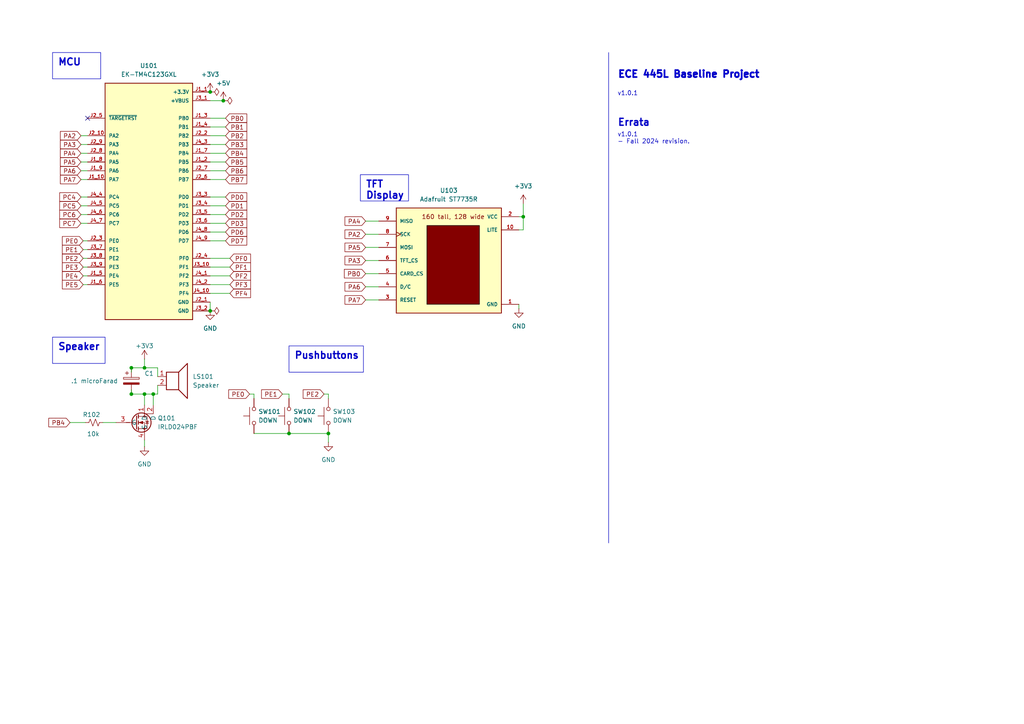
<source format=kicad_sch>
(kicad_sch (version 20231120) (generator "eeschema") (generator_version "8.0")
  (paper "A4")
  (title_block (title "ECE 445L Baseline Project") (date "2024-08-07") (rev "v1.0.1") (company "The University of Texas at Austin"))
  (lib_symbols
    (symbol "Device:C_Polarized" (pin_numbers hide) (pin_names (offset 0.254))
      (property "Reference" "C" (at 0.635 2.54 0))
      (property "Value" "C_Polarized" (at 0.635 -2.54 0))
      (symbol "C_Polarized_0_1"
        (rectangle (start -2.286 0.508) (end 2.286 1.016))
        (polyline (pts (xy -1.778 2.286) (xy -0.762 2.286)))
        (polyline (pts (xy -1.27 2.794) (xy -1.27 1.778)))
        (rectangle (start 2.286 -0.508) (end -2.286 -1.016) (fill (type outline)))
      )
      (symbol "C_Polarized_1_1"
        (pin passive line (at 0 3.81 270) (length 2.794) (name "~") (number "1"))
        (pin passive line (at 0 -3.81 90) (length 2.794) (name "~") (number "2"))
      )
    )
    (symbol "Device:Speaker" (pin_names (offset 0) hide)
      (property "Reference" "LS" (at 1.27 5.715 0))
      (property "Value" "Speaker" (at 1.27 3.81 0))
      (symbol "Speaker_0_0"
        (rectangle (start -2.54 1.27) (end 1.016 -3.81) (stroke (width 0.254)))
        (polyline (pts (xy 1.016 1.27) (xy 3.556 3.81) (xy 3.556 -6.35) (xy 1.016 -3.81)) (stroke (width 0.254)))
      )
      (symbol "Speaker_1_1"
        (pin input line (at -5.08 0 0) (length 2.54) (name "1") (number "1"))
        (pin input line (at -5.08 -2.54 0) (length 2.54) (name "2") (number "2"))
      )
    )
    (symbol "ECE445L:Adafruit_ST7735R" (pin_names (offset 1.016))
      (property "Reference" "U?" (at -15.24 16.002 0))
      (property "Value" "Adafruit ST7735R" (at -15.24 -17.78 0))
      (symbol "Adafruit_ST7735R_0_0"
        (rectangle (start -15.24 15.24) (end 15.24 -15.24) (stroke (width 0.254)) (fill (type background)))
      )
      (symbol "Adafruit_ST7735R_1_0"
        (pin power_in line (at 20.32 -12.7 180) (length 5.08) (name "GND") (number "1"))
        (pin power_in line (at 20.32 8.89 180) (length 5.08) (name "LITE") (number "10"))
        (pin power_in line (at 20.32 12.7 180) (length 5.08) (name "VCC") (number "2"))
        (pin input line (at -20.32 -11.43 0) (length 5.08) (name "RESET") (number "3"))
        (pin input line (at -20.32 -7.62 0) (length 5.08) (name "D/C") (number "4"))
        (pin input line (at -20.32 -3.81 0) (length 5.08) (name "CARD_CS") (number "5"))
        (pin input line (at -20.32 0 0) (length 5.08) (name "TFT_CS") (number "6"))
        (pin input line (at -20.32 3.81 0) (length 5.08) (name "MOSI") (number "7"))
        (pin input clock (at -20.32 7.62 0) (length 5.08) (name "SCK") (number "8"))
        (pin output line (at -20.32 11.43 0) (length 5.08) (name "MISO") (number "9"))
      )
      (symbol "Adafruit_ST7735R_1_1"
        (rectangle (start -6.35 10.16) (end 8.89 -12.7) (stroke (width 0) (color 0 0 0 1)) (fill (type color) (color 132 0 0 1)))
        (text "160 tall, 128 wide" (at 1.27 12.7 0) (effects (font (size 1.27 1.27))))
      )
    )
    (symbol "ECE445L:EK-TM4C123GXL" (pin_names (offset 1.016))
      (property "Reference" "U?" (at -12.7367 34.3099 0))
      (property "Value" "EK-TM4C123GXL" (at -12.7129 -38.1075 0))
      (symbol "EK-TM4C123GXL_0_0"
        (rectangle (start -12.7 -35.56) (end 12.7 33.02) (stroke (width 0.254)) (fill (type background)))
        (pin power_in line (at 17.78 30.48 180) (length 5.08) (name "+3.3V") (number "J1_1"))
        (pin bidirectional line (at -17.78 5.08 0) (length 5.08) (name "PA7") (number "J1_10"))
        (pin bidirectional line (at 17.78 22.86 180) (length 5.08) (name "PB0") (number "J1_3"))
        (pin bidirectional line (at 17.78 20.32 180) (length 5.08) (name "PB1") (number "J1_4"))
        (pin bidirectional line (at -17.78 -22.86 0) (length 5.08) (name "PE4") (number "J1_5"))
        (pin bidirectional line (at -17.78 -25.4 0) (length 5.08) (name "PE5") (number "J1_6"))
        (pin bidirectional line (at 17.78 12.7 180) (length 5.08) (name "PB4") (number "J1_7"))
        (pin bidirectional line (at -17.78 10.16 0) (length 5.08) (name "PA5") (number "J1_8"))
        (pin bidirectional line (at -17.78 7.62 0) (length 5.08) (name "PA6") (number "J1_9"))
        (pin power_in line (at 17.78 -30.48 180) (length 5.08) (name "GND") (number "J2_1"))
        (pin bidirectional line (at -17.78 17.78 0) (length 5.08) (name "PA2") (number "J2_10"))
        (pin bidirectional line (at 17.78 17.78 180) (length 5.08) (name "PB2") (number "J2_2"))
        (pin bidirectional line (at -17.78 -12.7 0) (length 5.08) (name "PE0") (number "J2_3"))
        (pin bidirectional line (at 17.78 -17.78 180) (length 5.08) (name "PF0") (number "J2_4"))
        (pin input line (at -17.78 22.86 0) (length 5.08) (name "~{TARGETRST}") (number "J2_5"))
        (pin bidirectional line (at 17.78 5.08 180) (length 5.08) (name "PB7") (number "J2_6"))
        (pin bidirectional line (at 17.78 7.62 180) (length 5.08) (name "PB6") (number "J2_7"))
        (pin bidirectional line (at -17.78 12.7 0) (length 5.08) (name "PA4") (number "J2_8"))
        (pin bidirectional line (at -17.78 15.24 0) (length 5.08) (name "PA3") (number "J2_9"))
        (pin power_in line (at 17.78 27.94 180) (length 5.08) (name "+VBUS") (number "J3_1"))
        (pin bidirectional line (at 17.78 -20.32 180) (length 5.08) (name "PF1") (number "J3_10"))
        (pin power_in line (at 17.78 -33.02 180) (length 5.08) (name "GND") (number "J3_2"))
        (pin bidirectional line (at 17.78 0 180) (length 5.08) (name "PD0") (number "J3_3"))
        (pin bidirectional line (at 17.78 -2.54 180) (length 5.08) (name "PD1") (number "J3_4"))
        (pin bidirectional line (at 17.78 -5.08 180) (length 5.08) (name "PD2") (number "J3_5"))
        (pin bidirectional line (at 17.78 -7.62 180) (length 5.08) (name "PD3") (number "J3_6"))
        (pin bidirectional line (at -17.78 -15.24 0) (length 5.08) (name "PE1") (number "J3_7"))
        (pin bidirectional line (at -17.78 -17.78 0) (length 5.08) (name "PE2") (number "J3_8"))
        (pin bidirectional line (at -17.78 -20.32 0) (length 5.08) (name "PE3") (number "J3_9"))
        (pin bidirectional line (at 17.78 -22.86 180) (length 5.08) (name "PF2") (number "J4_1"))
        (pin bidirectional line (at 17.78 -27.94 180) (length 5.08) (name "PF4") (number "J4_10"))
        (pin bidirectional line (at 17.78 -25.4 180) (length 5.08) (name "PF3") (number "J4_2"))
        (pin bidirectional line (at 17.78 15.24 180) (length 5.08) (name "PB3") (number "J4_3"))
        (pin bidirectional line (at -17.78 0 0) (length 5.08) (name "PC4") (number "J4_4"))
        (pin bidirectional line (at -17.78 -2.54 0) (length 5.08) (name "PC5") (number "J4_5"))
        (pin bidirectional line (at -17.78 -5.08 0) (length 5.08) (name "PC6") (number "J4_6"))
        (pin bidirectional line (at -17.78 -7.62 0) (length 5.08) (name "PC7") (number "J4_7"))
        (pin bidirectional line (at 17.78 -10.16 180) (length 5.08) (name "PD6") (number "J4_8"))
        (pin bidirectional line (at 17.78 -12.7 180) (length 5.08) (name "PD7") (number "J4_9"))
      )
      (symbol "EK-TM4C123GXL_1_0"
        (pin bidirectional line (at 17.78 10.16 180) (length 5.08) (name "PB5") (number "J1_2"))
      )
    )
    (symbol "ECE445L:IRLD024PBF"
      (property "Reference" "Q" (at 6.35 5.715 0))
      (property "Value" "IRLD024PBF" (at 16.51 -1.905 0))
      (symbol "IRLD024PBF_0_1"
        (polyline (pts (xy 11.43 0.635) (xy 8.636 0.635)))
        (polyline (pts (xy 11.684 2.54) (xy 11.684 -1.27)) (stroke (width 0.254)))
        (polyline (pts (xy 12.192 -0.635) (xy 12.192 -1.651)) (stroke (width 0.254)))
        (polyline (pts (xy 12.192 1.143) (xy 12.192 0.127)) (stroke (width 0.254)))
        (polyline (pts (xy 12.192 2.921) (xy 12.192 1.905)) (stroke (width 0.254)))
        (polyline (pts (xy 13.97 3.175) (xy 13.97 2.413)))
        (polyline (pts (xy 16.51 3.175) (xy 13.97 3.175)))
        (polyline (pts (xy 13.97 -1.905) (xy 13.97 0.635) (xy 12.192 0.635)))
        (polyline (pts (xy 12.192 -1.143) (xy 14.732 -1.143) (xy 14.732 2.413) (xy 12.192 2.413)))
        (polyline (pts (xy 12.446 0.635) (xy 13.462 1.016) (xy 13.462 0.254) (xy 12.446 0.635)) (fill (type outline)))
        (polyline (pts (xy 14.224 1.143) (xy 14.351 1.016) (xy 15.113 1.016) (xy 15.24 0.889)))
        (polyline (pts (xy 14.732 1.016) (xy 14.351 0.381) (xy 15.113 0.381) (xy 14.732 1.016)))
        (circle (center 13.081 0.635) (radius 2.794) (stroke (width 0.254)))
        (circle (center 13.97 -1.143) (radius 0.254) (fill (type outline)))
        (circle (center 13.97 2.413) (radius 0.254) (fill (type outline)))
      )
      (symbol "IRLD024PBF_1_1"
        (pin passive line (at 13.97 5.715 270) (length 2.54) (name "D") (number "1"))
        (pin passive line (at 16.51 5.715 270) (length 2.54) (name "D") (number "2"))
        (pin input line (at 5.715 0.635 0) (length 4) (name "G") (number "3"))
        (pin passive line (at 13.97 -4.445 90) (length 2.54) (name "S") (number "4"))
      )
    )
    (symbol "ECE445L:R_0.125W" (pin_numbers hide) (pin_names (offset 0.254) hide)
      (property "Reference" "R" (at 0.762 0.508 0))
      (property "Value" "R_0.125W" (at 0.762 -1.016 0))
      (symbol "R_0.125W_1_1"
        (polyline (pts (xy 0 0) (xy 1.016 -0.381) (xy 0 -0.762) (xy -1.016 -1.143) (xy 0 -1.524)))
        (polyline (pts (xy 0 1.524) (xy 1.016 1.143) (xy 0 0.762) (xy -1.016 0.381) (xy 0 0)))
        (pin passive line (at 0 2.54 270) (length 1.016) (name "~") (number "1"))
        (pin passive line (at 0 -2.54 90) (length 1.016) (name "~") (number "2"))
      )
    )
    (symbol "Switch:SW_Push" (pin_numbers hide) (pin_names (offset 1.016) hide)
      (property "Reference" "SW" (at 1.27 2.54 0))
      (property "Value" "SW_Push" (at 0 -1.524 0))
      (symbol "SW_Push_0_1"
        (circle (center -2.032 0) (radius 0.508))
        (polyline (pts (xy 0 1.27) (xy 0 3.048)))
        (polyline (pts (xy 2.54 1.27) (xy -2.54 1.27)))
        (circle (center 2.032 0) (radius 0.508))
        (pin passive line (at -5.08 0 0) (length 2.54) (name "1") (number "1"))
        (pin passive line (at 5.08 0 180) (length 2.54) (name "2") (number "2"))
      )
    )
    (symbol "power:+3V3" (power) (pin_numbers hide) (pin_names (offset 0) hide)
      (property "Value" "+3V3" (at 0 3.556 0))
      (symbol "+3V3_0_1"
        (polyline (pts (xy -0.762 1.27) (xy 0 2.54)))
        (polyline (pts (xy 0 0) (xy 0 2.54)))
        (polyline (pts (xy 0 2.54) (xy 0.762 1.27)))
      )
      (symbol "+3V3_1_1"
        (pin power_in line (at 0 0 90) (length 0) (name "~") (number "1"))
      )
    )
    (symbol "power:+5V" (power) (pin_numbers hide) (pin_names (offset 0) hide)
      (property "Value" "+5V" (at 0 3.556 0))
      (symbol "+5V_0_1"
        (polyline (pts (xy -0.762 1.27) (xy 0 2.54)))
        (polyline (pts (xy 0 0) (xy 0 2.54)))
        (polyline (pts (xy 0 2.54) (xy 0.762 1.27)))
      )
      (symbol "+5V_1_1"
        (pin power_in line (at 0 0 90) (length 0) (name "~") (number "1"))
      )
    )
    (symbol "power:GND" (power) (pin_numbers hide) (pin_names (offset 0) hide)
      (property "Value" "GND" (at 0 -3.81 0))
      (symbol "GND_0_1"
        (polyline (pts (xy 0 0) (xy 0 -1.27) (xy 1.27 -1.27) (xy 0 -2.54) (xy -1.27 -1.27) (xy 0 -1.27)))
      )
      (symbol "GND_1_1"
        (pin power_in line (at 0 0 270) (length 0) (name "~") (number "1"))
      )
    )
    (symbol "power:PWR_FLAG" (power) (pin_numbers hide) (pin_names (offset 0) hide)
      (property "Value" "PWR_FLAG" (at 0 3.81 0))
      (symbol "PWR_FLAG_0_0"
        (pin power_out line (at 0 0 90) (length 0) (name "~") (number "1"))
      )
      (symbol "PWR_FLAG_0_1"
        (polyline (pts (xy 0 0) (xy 0 1.27) (xy -1.016 1.905) (xy 0 2.54) (xy 1.016 1.905) (xy 0 1.27)))
      )
    )
  )
  (junction (at 60.96 26.67))
  (junction (at 95.25 125.73))
  (junction (at 41.91 106.68))
  (junction (at 44.45 114.3))
  (junction (at 38.1 114.3))
  (junction (at 60.96 90.17))
  (junction (at 38.1 106.68))
  (junction (at 41.91 114.3))
  (junction (at 83.82 125.73))
  (junction (at 151.765 62.865))
  (junction (at 64.77 29.21))
  (no_connect (at 25.4 34.29))
  (wire (pts (xy 60.96 41.91) (xy 65.405 41.91)))
  (wire (pts (xy 106.045 71.755) (xy 109.855 71.755)))
  (wire (pts (xy 81.915 114.3) (xy 83.82 114.3)))
  (wire (pts (xy 73.66 114.3) (xy 73.66 115.57)))
  (wire (pts (xy 60.96 52.07) (xy 65.405 52.07)))
  (wire (pts (xy 60.96 36.83) (xy 65.405 36.83)))
  (wire (pts (xy 95.25 125.73) (xy 95.25 128.27)))
  (wire (pts (xy 20.32 122.555) (xy 24.765 122.555)))
  (wire (pts (xy 38.1 106.68) (xy 41.91 106.68)))
  (wire (pts (xy 106.045 79.375) (xy 109.855 79.375)))
  (wire (pts (xy 60.96 69.85) (xy 65.405 69.85)))
  (wire (pts (xy 23.495 64.77) (xy 25.4 64.77)))
  (wire (pts (xy 60.96 77.47) (xy 66.675 77.47)))
  (wire (pts (xy 45.72 111.76) (xy 45.72 114.3)))
  (wire (pts (xy 106.045 75.565) (xy 109.855 75.565)))
  (wire (pts (xy 24.13 77.47) (xy 25.4 77.47)))
  (wire (pts (xy 73.66 125.73) (xy 83.82 125.73)))
  (wire (pts (xy 23.495 62.23) (xy 25.4 62.23)))
  (wire (pts (xy 23.495 41.91) (xy 25.4 41.91)))
  (wire (pts (xy 41.91 104.14) (xy 41.91 106.68)))
  (wire (pts (xy 29.845 122.555) (xy 33.655 122.555)))
  (wire (pts (xy 60.96 39.37) (xy 65.405 39.37)))
  (wire (pts (xy 60.96 87.63) (xy 60.96 90.17)))
  (wire (pts (xy 41.91 114.3) (xy 44.45 114.3)))
  (wire (pts (xy 24.13 72.39) (xy 25.4 72.39)))
  (wire (pts (xy 72.39 114.3) (xy 73.66 114.3)))
  (wire (pts (xy 38.1 106.68) (xy 38.1 107.95)))
  (wire (pts (xy 60.96 85.09) (xy 66.675 85.09)))
  (wire (pts (xy 24.13 69.85) (xy 25.4 69.85)))
  (wire (pts (xy 38.1 114.3) (xy 41.91 114.3)))
  (wire (pts (xy 23.495 49.53) (xy 25.4 49.53)))
  (wire (pts (xy 60.96 80.01) (xy 66.675 80.01)))
  (wire (pts (xy 60.96 34.29) (xy 65.405 34.29)))
  (wire (pts (xy 151.765 59.055) (xy 151.765 62.865)))
  (wire (pts (xy 24.13 80.01) (xy 25.4 80.01)))
  (wire (pts (xy 106.045 67.945) (xy 109.855 67.945)))
  (wire (pts (xy 83.82 114.3) (xy 83.82 115.57)))
  (wire (pts (xy 23.495 39.37) (xy 25.4 39.37)))
  (wire (pts (xy 83.82 125.73) (xy 95.25 125.73)))
  (wire (pts (xy 23.495 44.45) (xy 25.4 44.45)))
  (wire (pts (xy 60.96 29.21) (xy 64.77 29.21)))
  (wire (pts (xy 106.045 64.135) (xy 109.855 64.135)))
  (polyline (pts (xy 176.53 15.24) (xy 176.53 157.48)))
  (wire (pts (xy 24.13 82.55) (xy 25.4 82.55)))
  (wire (pts (xy 23.495 52.07) (xy 25.4 52.07)))
  (wire (pts (xy 106.045 83.185) (xy 109.855 83.185)))
  (wire (pts (xy 151.765 66.675) (xy 151.765 62.865)))
  (wire (pts (xy 106.045 86.995) (xy 109.855 86.995)))
  (wire (pts (xy 44.45 114.3) (xy 45.72 114.3)))
  (wire (pts (xy 23.495 46.99) (xy 25.4 46.99)))
  (wire (pts (xy 93.98 114.3) (xy 95.25 114.3)))
  (wire (pts (xy 150.495 66.675) (xy 151.765 66.675)))
  (wire (pts (xy 60.96 64.77) (xy 65.405 64.77)))
  (wire (pts (xy 150.495 88.265) (xy 150.495 89.535)))
  (wire (pts (xy 41.91 114.3) (xy 41.91 117.475)))
  (wire (pts (xy 95.25 114.3) (xy 95.25 115.57)))
  (wire (pts (xy 60.96 82.55) (xy 66.675 82.55)))
  (wire (pts (xy 60.96 74.93) (xy 66.675 74.93)))
  (wire (pts (xy 44.45 114.3) (xy 44.45 117.475)))
  (wire (pts (xy 60.96 44.45) (xy 65.405 44.45)))
  (wire (pts (xy 60.96 67.31) (xy 65.405 67.31)))
  (wire (pts (xy 60.96 57.15) (xy 65.405 57.15)))
  (wire (pts (xy 23.495 57.15) (xy 25.4 57.15)))
  (wire (pts (xy 45.72 106.68) (xy 45.72 109.22)))
  (wire (pts (xy 41.91 127.635) (xy 41.91 129.54)))
  (wire (pts (xy 60.96 59.69) (xy 65.405 59.69)))
  (wire (pts (xy 23.495 59.69) (xy 25.4 59.69)))
  (wire (pts (xy 60.96 46.99) (xy 65.405 46.99)))
  (wire (pts (xy 150.495 62.865) (xy 151.765 62.865)))
  (wire (pts (xy 60.96 62.23) (xy 65.405 62.23)))
  (wire (pts (xy 41.91 106.68) (xy 45.72 106.68)))
  (wire (pts (xy 60.96 49.53) (xy 65.405 49.53)))
  (wire (pts (xy 24.13 74.93) (xy 25.4 74.93)))
  (wire (pts (xy 38.1 114.3) (xy 38.1 113.03)))
  (text_box "MCU" (at 15.24 15.24 0) (size 13.97 7.62) (effects (font (size 2 2) (thickness 0.4) (bold yes)) (justify left top)))
  (text_box "Speaker" (at 15.24 97.79 0) (size 15.24 7.62) (effects (font (size 2 2) (thickness 0.4) (bold yes)) (justify left top)))
  (text_box "Pushbuttons" (at 83.82 100.33 0) (size 21.59 7.62) (effects (font (size 2 2) (thickness 0.4) (bold yes)) (justify left top)))
  (text_box "TFT Display" (at 104.521 50.673 0) (size 13.97 7.62) (effects (font (size 2 2) (thickness 0.4) (bold yes)) (justify left top)))
  (text "v1.0.1\n- Fall 2024 revision." (at 179.07 41.91 0) (effects (font (size 1.27 1.27)) (justify left bottom)))
  (text "ECE 445L Baseline Project" (at 179.07 22.86 0) (effects (font (size 2 2) (thickness 0.6) (bold yes)) (justify left bottom)))
  (text "v1.0.1" (at 179.07 27.94 0) (effects (font (size 1.27 1.27)) (justify left bottom)))
  (text "Errata" (at 179.07 36.83 0) (effects (font (size 2 2) (thickness 0.4) (bold yes)) (justify left bottom)))
  (global_label "PC5" (shape input) (at 23.495 59.69 180) (property "Intersheetrefs" "${INTERSHEET_REFS}" (effects (hide yes))))
  (global_label "PB6" (shape input) (at 65.405 49.53 0) (property "Intersheetrefs" "${INTERSHEET_REFS}" (effects (hide yes))))
  (global_label "PB2" (shape input) (at 65.405 39.37 0) (property "Intersheetrefs" "${INTERSHEET_REFS}" (effects (hide yes))))
  (global_label "PA7" (shape input) (at 23.495 52.07 180) (property "Intersheetrefs" "${INTERSHEET_REFS}" (effects (hide yes))))
  (global_label "PA4" (shape input) (at 23.495 44.45 180) (property "Intersheetrefs" "${INTERSHEET_REFS}" (effects (hide yes))))
  (global_label "PB5" (shape input) (at 65.405 46.99 0) (property "Intersheetrefs" "${INTERSHEET_REFS}" (effects (hide yes))))
  (global_label "PB3" (shape input) (at 65.405 41.91 0) (property "Intersheetrefs" "${INTERSHEET_REFS}" (effects (hide yes))))
  (global_label "PD7" (shape input) (at 65.405 69.85 0) (property "Intersheetrefs" "${INTERSHEET_REFS}" (effects (hide yes))))
  (global_label "PE0" (shape input) (at 24.13 69.85 180) (property "Intersheetrefs" "${INTERSHEET_REFS}" (effects (hide yes))))
  (global_label "PD1" (shape input) (at 65.405 59.69 0) (property "Intersheetrefs" "${INTERSHEET_REFS}" (effects (hide yes))))
  (global_label "PF4" (shape input) (at 66.675 85.09 0) (property "Intersheetrefs" "${INTERSHEET_REFS}" (effects (hide yes))))
  (global_label "PE3" (shape input) (at 24.13 77.47 180) (property "Intersheetrefs" "${INTERSHEET_REFS}" (effects (hide yes))))
  (global_label "PC7" (shape input) (at 23.495 64.77 180) (property "Intersheetrefs" "${INTERSHEET_REFS}" (effects (hide yes))))
  (global_label "PA2" (shape input) (at 106.045 67.945 180) (property "Intersheetrefs" "${INTERSHEET_REFS}" (effects (hide yes))))
  (global_label "PE1" (shape input) (at 81.915 114.3 180) (property "Intersheetrefs" "${INTERSHEET_REFS}" (effects (hide yes))))
  (global_label "PE2" (shape input) (at 24.13 74.93 180) (property "Intersheetrefs" "${INTERSHEET_REFS}" (effects (hide yes))))
  (global_label "PA3" (shape input) (at 23.495 41.91 180) (property "Intersheetrefs" "${INTERSHEET_REFS}" (effects (hide yes))))
  (global_label "PE4" (shape input) (at 24.13 80.01 180) (property "Intersheetrefs" "${INTERSHEET_REFS}" (effects (hide yes))))
  (global_label "PC4" (shape input) (at 23.495 57.15 180) (property "Intersheetrefs" "${INTERSHEET_REFS}" (effects (hide yes))))
  (global_label "PB0" (shape input) (at 65.405 34.29 0) (property "Intersheetrefs" "${INTERSHEET_REFS}" (effects (hide yes))))
  (global_label "PE1" (shape input) (at 24.13 72.39 180) (property "Intersheetrefs" "${INTERSHEET_REFS}" (effects (hide yes))))
  (global_label "PF3" (shape input) (at 66.675 82.55 0) (property "Intersheetrefs" "${INTERSHEET_REFS}" (effects (hide yes))))
  (global_label "PE0" (shape input) (at 72.39 114.3 180) (property "Intersheetrefs" "${INTERSHEET_REFS}" (effects (hide yes))))
  (global_label "PD3" (shape input) (at 65.405 64.77 0) (property "Intersheetrefs" "${INTERSHEET_REFS}" (effects (hide yes))))
  (global_label "PE2" (shape input) (at 93.98 114.3 180) (property "Intersheetrefs" "${INTERSHEET_REFS}" (effects (hide yes))))
  (global_label "PD0" (shape input) (at 65.405 57.15 0) (property "Intersheetrefs" "${INTERSHEET_REFS}" (effects (hide yes))))
  (global_label "PB7" (shape input) (at 65.405 52.07 0) (property "Intersheetrefs" "${INTERSHEET_REFS}" (effects (hide yes))))
  (global_label "PA2" (shape input) (at 23.495 39.37 180) (property "Intersheetrefs" "${INTERSHEET_REFS}" (effects (hide yes))))
  (global_label "PA7" (shape input) (at 106.045 86.995 180) (property "Intersheetrefs" "${INTERSHEET_REFS}" (effects (hide yes))))
  (global_label "PB4" (shape input) (at 20.32 122.555 180) (property "Intersheetrefs" "${INTERSHEET_REFS}" (effects (hide yes))))
  (global_label "PA6" (shape input) (at 106.045 83.185 180) (property "Intersheetrefs" "${INTERSHEET_REFS}" (effects (hide yes))))
  (global_label "PF0" (shape input) (at 66.675 74.93 0) (property "Intersheetrefs" "${INTERSHEET_REFS}" (effects (hide yes))))
  (global_label "PC6" (shape input) (at 23.495 62.23 180) (property "Intersheetrefs" "${INTERSHEET_REFS}" (effects (hide yes))))
  (global_label "PE5" (shape input) (at 24.13 82.55 180) (property "Intersheetrefs" "${INTERSHEET_REFS}" (effects (hide yes))))
  (global_label "PA3" (shape input) (at 106.045 75.565 180) (property "Intersheetrefs" "${INTERSHEET_REFS}" (effects (hide yes))))
  (global_label "PD6" (shape input) (at 65.405 67.31 0) (property "Intersheetrefs" "${INTERSHEET_REFS}" (effects (hide yes))))
  (global_label "PA4" (shape input) (at 106.045 64.135 180) (property "Intersheetrefs" "${INTERSHEET_REFS}" (effects (hide yes))))
  (global_label "PF1" (shape input) (at 66.675 77.47 0) (property "Intersheetrefs" "${INTERSHEET_REFS}" (effects (hide yes))))
  (global_label "PB1" (shape input) (at 65.405 36.83 0) (property "Intersheetrefs" "${INTERSHEET_REFS}" (effects (hide yes))))
  (global_label "PA6" (shape input) (at 23.495 49.53 180) (property "Intersheetrefs" "${INTERSHEET_REFS}" (effects (hide yes))))
  (global_label "PA5" (shape input) (at 106.045 71.755 180) (property "Intersheetrefs" "${INTERSHEET_REFS}" (effects (hide yes))))
  (global_label "PD2" (shape input) (at 65.405 62.23 0) (property "Intersheetrefs" "${INTERSHEET_REFS}" (effects (hide yes))))
  (global_label "PF2" (shape input) (at 66.675 80.01 0) (property "Intersheetrefs" "${INTERSHEET_REFS}" (effects (hide yes))))
  (global_label "PB0" (shape input) (at 106.045 79.375 180) (property "Intersheetrefs" "${INTERSHEET_REFS}" (effects (hide yes))))
  (global_label "PB4" (shape input) (at 65.405 44.45 0) (property "Intersheetrefs" "${INTERSHEET_REFS}" (effects (hide yes))))
  (global_label "PA5" (shape input) (at 23.495 46.99 180) (property "Intersheetrefs" "${INTERSHEET_REFS}" (effects (hide yes))))
  (symbol (lib_id "power:PWR_FLAG") (at 60.96 90.17 270) (unit 1)
    (property "Reference" "#FLG0102" (effects (hide yes)))
    (property "Value" "PWR_FLAG" (effects (hide yes)))
    (property "Description" "Special symbol for telling ERC where power comes from" (effects (hide yes)))
  )
  (symbol (lib_id "ECE445L:EK-TM4C123GXL") (at 43.18 57.15 0) (unit 1)
    (property "Reference" "U101" (at 43.18 19.05 0))
    (property "Value" "EK-TM4C123GXL" (at 43.18 21.59 0))
    (property "Footprint" "ECE445L:ti_EKTM4C123GXL" (effects (hide yes)))
    (property "Datasheet" "https://www.ti.com/lit/ds/symlink/tm4c123gh6pm.pdf?ts=1693244962384&ref_url=https%253A%252F%252Fwww.google.com%252F" (effects (hide yes)))
    (property "Distributor" "Mouser" (effects (hide yes)))
    (property "Manufacturer" "Texas Instruments" (effects (hide yes)))
    (property "P/N" "EK-TM4C123GXL" (effects (hide yes)))
    (property "Cost" "22.60" (effects (hide yes)))
  )
  (symbol (lib_id "ECE445L:IRLD024PBF") (at 27.94 123.19 0) (unit 1)
    (property "Reference" "Q101" (at 45.72 121.2849 0) (effects (justify left)))
    (property "Value" "IRLD024PBF" (at 45.72 123.8249 0) (effects (justify left)))
    (property "Footprint" "ECE445L:DIP920W60P254L490H457Q4N" (effects (hide yes)))
    (property "Datasheet" "http://www.vishay.com/docs/91308/sihld24.pdf" (effects (hide yes)))
    (property "Description" "Vishay IRLD024PBF N-channel MOSFET Transistor, 2.5 A, 60 V, 4-Pin HVMDIP" (effects (hide yes)))
    (property "Cost" "1.67" (effects (hide yes)))
    (property "Distributor" "Mouser" (effects (hide yes)))
    (property "Manufacturer" "Vishay" (effects (hide yes)))
    (property "P/N" "IRLD024PBF" (effects (hide yes)))
    (property "Sim.Device" "NMOS" (effects (hide yes)))
    (property "Sim.Type" "VDMOS" (effects (hide yes)))
    (property "Sim.Pins" "1=D 2=G 3=S" (effects (hide yes)))
    (property "Height" "4.57" (effects (hide yes)))
    (property "Mouser Part Number" "844-IRLD024PBF" (effects (hide yes)))
    (property "Mouser Price/Stock" "https://www.mouser.co.uk/ProductDetail/Vishay-Siliconix/IRLD024PBF?qs=cvaI6ThkwxvrmVanJu5OcQ%3D%3D" (effects (hide yes)))
    (property "Manufacturer_Name" "Vishay" (effects (hide yes)))
    (property "Manufacturer_Part_Number" "IRLD024PBF" (effects (hide yes)))
  )
  (symbol (lib_id "power:PWR_FLAG") (at 64.77 29.21 270) (unit 1)
    (property "Reference" "#FLG0103" (effects (hide yes)))
    (property "Value" "PWR_FLAG" (effects (hide yes)))
    (property "Description" "Special symbol for telling ERC where power comes from" (effects (hide yes)))
  )
  (symbol (lib_id "Switch:SW_Push") (at 73.66 120.65 90) (unit 1)
    (property "Reference" "SW101" (at 74.93 119.38 90) (effects (justify right)))
    (property "Value" "DOWN" (at 74.93 121.92 90) (effects (justify right)))
    (property "Footprint" "Button_Switch_THT:SW_PUSH_6mm" (effects (hide yes)))
    (property "Description" "Push button switch, generic, two pins" (effects (hide yes)))
  )
  (symbol (lib_id "power:+5V") (at 64.77 29.21 0) (unit 1)
    (property "Reference" "#PWR0105" (effects (hide yes)))
    (property "Value" "+5V" (at 64.77 24.13 0))
    (property "Description" "Power symbol creates a global label with name \"+5V\"" (effects (hide yes)))
  )
  (symbol (lib_id "power:GND") (at 95.25 128.27 0) (unit 1)
    (property "Reference" "#PWR0107" (effects (hide yes)))
    (property "Value" "GND" (at 95.25 133.35 0))
    (property "Description" "Power symbol creates a global label with name \"GND\" , ground" (effects (hide yes)))
  )
  (symbol (lib_id "power:GND") (at 150.495 89.535 0) (unit 1)
    (property "Reference" "#PWR02" (effects (hide yes)))
    (property "Value" "GND" (at 150.495 94.615 0))
    (property "Description" "Power symbol creates a global label with name \"GND\" , ground" (effects (hide yes)))
  )
  (symbol (lib_id "power:+3V3") (at 151.765 59.055 0) (unit 1)
    (property "Reference" "#PWR01" (effects (hide yes)))
    (property "Value" "+3V3" (at 151.765 53.975 0))
    (property "Description" "Power symbol creates a global label with name \"+3V3\"" (effects (hide yes)))
  )
  (symbol (lib_id "Switch:SW_Push") (at 83.82 120.65 90) (unit 1)
    (property "Reference" "SW102" (at 85.09 119.38 90) (effects (justify right)))
    (property "Value" "DOWN" (at 85.09 121.92 90) (effects (justify right)))
    (property "Footprint" "Button_Switch_THT:SW_PUSH_6mm" (effects (hide yes)))
    (property "Description" "Push button switch, generic, two pins" (effects (hide yes)))
  )
  (symbol (lib_id "Switch:SW_Push") (at 95.25 120.65 90) (unit 1)
    (property "Reference" "SW103" (at 96.52 119.38 90) (effects (justify right)))
    (property "Value" "DOWN" (at 96.52 121.92 90) (effects (justify right)))
    (property "Footprint" "Button_Switch_THT:SW_PUSH_6mm" (effects (hide yes)))
    (property "Description" "Push button switch, generic, two pins" (effects (hide yes)))
  )
  (symbol (lib_id "power:+3V3") (at 60.96 26.67 0) (unit 1)
    (property "Reference" "#PWR0103" (effects (hide yes)))
    (property "Value" "+3V3" (at 60.96 21.59 0))
    (property "Description" "Power symbol creates a global label with name \"+3V3\"" (effects (hide yes)))
  )
  (symbol (lib_id "power:GND") (at 41.91 129.54 0) (unit 1)
    (property "Reference" "#PWR0102" (effects (hide yes)))
    (property "Value" "GND" (at 41.91 134.62 0))
    (property "Description" "Power symbol creates a global label with name \"GND\" , ground" (effects (hide yes)))
  )
  (symbol (lib_id "Device:C_Polarized") (at 38.1 110.49 0) (unit 1)
    (property "Reference" "C1" (at 41.91 108.3309 0) (effects (justify left)))
    (property "Value" ".1 microFarad" (at 20.574 110.49 0) (effects (justify left)))
    (property "Description" "Polarized capacitor" (effects (hide yes)))
  )
  (symbol (lib_id "power:PWR_FLAG") (at 60.96 26.67 270) (unit 1)
    (property "Reference" "#FLG0101" (effects (hide yes)))
    (property "Value" "PWR_FLAG" (effects (hide yes)))
    (property "Description" "Special symbol for telling ERC where power comes from" (effects (hide yes)))
  )
  (symbol (lib_id "Device:Speaker") (at 50.8 109.22 0) (unit 1)
    (property "Reference" "LS101" (at 55.88 109.22 0) (effects (justify left)))
    (property "Value" "Speaker" (at 55.88 111.76 0) (effects (justify left)))
    (property "Footprint" "Connector_PinHeader_2.54mm:PinHeader_1x02_P2.54mm_Vertical" (effects (hide yes)))
    (property "Description" "Speaker" (effects (hide yes)))
  )
  (symbol (lib_id "power:GND") (at 60.96 90.17 0) (unit 1)
    (property "Reference" "#PWR0104" (effects (hide yes)))
    (property "Value" "GND" (at 60.96 95.25 0))
    (property "Description" "Power symbol creates a global label with name \"GND\" , ground" (effects (hide yes)))
  )
  (symbol (lib_id "ECE445L:R_0.125W") (at 27.305 122.555 90) (unit 1)
    (property "Reference" "R102" (at 26.543 120.269 90))
    (property "Value" "10k" (at 27.051 125.857 90))
    (property "Footprint" "ECE445L:R_Axial_DIN0204_L3.6mm_D1.6mm_P7.62mm_Horizontal" (effects (hide yes)))
    (property "Datasheet" "https://users.ece.utexas.edu/~valvano/mspm0/CarbonFilmresistors.pdf" (effects (hide yes)))
    (property "Description" "Resistor, small US symbol" (effects (hide yes)))
  )
  (symbol (lib_id "power:+3V3") (at 41.91 104.14 0) (unit 1)
    (property "Reference" "#PWR0101" (effects (hide yes)))
    (property "Value" "+3V3" (at 41.91 100.33 0))
    (property "Description" "Power symbol creates a global label with name \"+3V3\"" (effects (hide yes)))
  )
  (symbol (lib_id "ECE445L:Adafruit_ST7735R") (at 130.175 75.565 0) (unit 1)
    (property "Reference" "U103" (at 130.175 55.245 0))
    (property "Value" "Adafruit ST7735R" (at 130.175 57.785 0))
    (property "Footprint" "ECE445L:adafruit_st7735r2" (effects (hide yes)))
    (property "Datasheet" "https://www.mouser.com/datasheet/2/737/ST7735R_V0_2-2489618.pdf" (effects (hide yes)))
    (property "Distributor" "Mouser" (effects (hide yes)))
    (property "Manufacturer" "Adafruit" (effects (hide yes)))
    (property "P/N" "358" (effects (hide yes)))
    (property "Cost" "19.95" (effects (hide yes)))
  )
)
</source>
